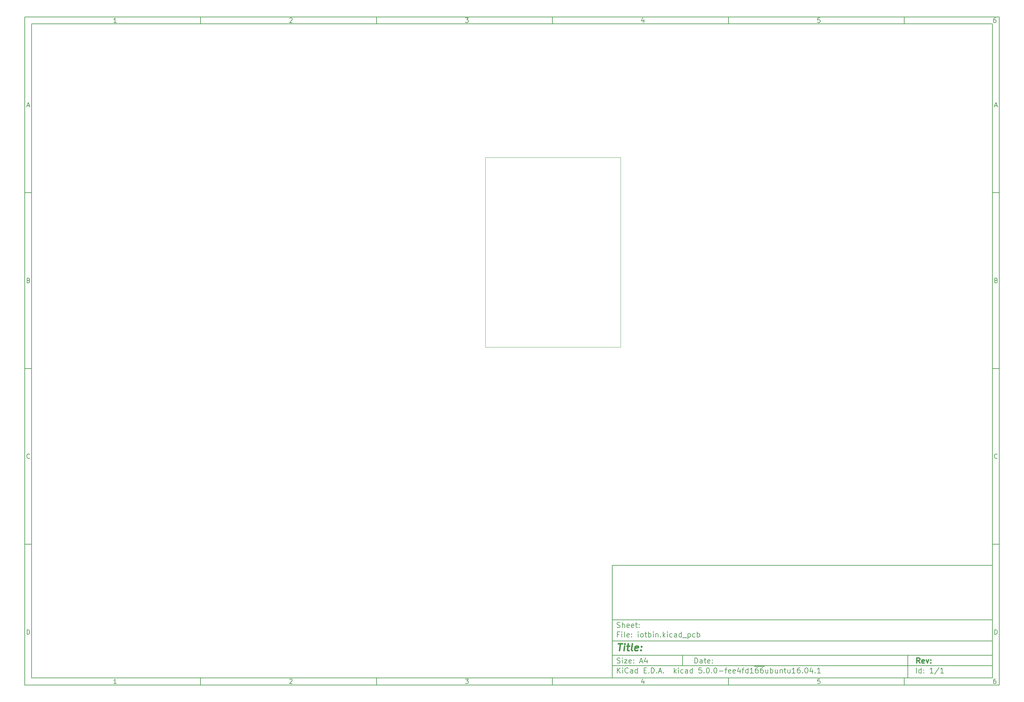
<source format=gbr>
G04 #@! TF.GenerationSoftware,KiCad,Pcbnew,5.0.0-fee4fd1~66~ubuntu16.04.1*
G04 #@! TF.CreationDate,2018-09-18T23:27:24+02:00*
G04 #@! TF.ProjectId,iotbin,696F7462696E2E6B696361645F706362,rev?*
G04 #@! TF.SameCoordinates,Original*
G04 #@! TF.FileFunction,Other,User*
%FSLAX46Y46*%
G04 Gerber Fmt 4.6, Leading zero omitted, Abs format (unit mm)*
G04 Created by KiCad (PCBNEW 5.0.0-fee4fd1~66~ubuntu16.04.1) date Tue Sep 18 23:27:24 2018*
%MOMM*%
%LPD*%
G01*
G04 APERTURE LIST*
%ADD10C,0.100000*%
%ADD11C,0.150000*%
%ADD12C,0.300000*%
%ADD13C,0.400000*%
%ADD14C,0.050000*%
G04 APERTURE END LIST*
D10*
D11*
X177002200Y-166007200D02*
X177002200Y-198007200D01*
X285002200Y-198007200D01*
X285002200Y-166007200D01*
X177002200Y-166007200D01*
D10*
D11*
X10000000Y-10000000D02*
X10000000Y-200007200D01*
X287002200Y-200007200D01*
X287002200Y-10000000D01*
X10000000Y-10000000D01*
D10*
D11*
X12000000Y-12000000D02*
X12000000Y-198007200D01*
X285002200Y-198007200D01*
X285002200Y-12000000D01*
X12000000Y-12000000D01*
D10*
D11*
X60000000Y-12000000D02*
X60000000Y-10000000D01*
D10*
D11*
X110000000Y-12000000D02*
X110000000Y-10000000D01*
D10*
D11*
X160000000Y-12000000D02*
X160000000Y-10000000D01*
D10*
D11*
X210000000Y-12000000D02*
X210000000Y-10000000D01*
D10*
D11*
X260000000Y-12000000D02*
X260000000Y-10000000D01*
D10*
D11*
X36065476Y-11588095D02*
X35322619Y-11588095D01*
X35694047Y-11588095D02*
X35694047Y-10288095D01*
X35570238Y-10473809D01*
X35446428Y-10597619D01*
X35322619Y-10659523D01*
D10*
D11*
X85322619Y-10411904D02*
X85384523Y-10350000D01*
X85508333Y-10288095D01*
X85817857Y-10288095D01*
X85941666Y-10350000D01*
X86003571Y-10411904D01*
X86065476Y-10535714D01*
X86065476Y-10659523D01*
X86003571Y-10845238D01*
X85260714Y-11588095D01*
X86065476Y-11588095D01*
D10*
D11*
X135260714Y-10288095D02*
X136065476Y-10288095D01*
X135632142Y-10783333D01*
X135817857Y-10783333D01*
X135941666Y-10845238D01*
X136003571Y-10907142D01*
X136065476Y-11030952D01*
X136065476Y-11340476D01*
X136003571Y-11464285D01*
X135941666Y-11526190D01*
X135817857Y-11588095D01*
X135446428Y-11588095D01*
X135322619Y-11526190D01*
X135260714Y-11464285D01*
D10*
D11*
X185941666Y-10721428D02*
X185941666Y-11588095D01*
X185632142Y-10226190D02*
X185322619Y-11154761D01*
X186127380Y-11154761D01*
D10*
D11*
X236003571Y-10288095D02*
X235384523Y-10288095D01*
X235322619Y-10907142D01*
X235384523Y-10845238D01*
X235508333Y-10783333D01*
X235817857Y-10783333D01*
X235941666Y-10845238D01*
X236003571Y-10907142D01*
X236065476Y-11030952D01*
X236065476Y-11340476D01*
X236003571Y-11464285D01*
X235941666Y-11526190D01*
X235817857Y-11588095D01*
X235508333Y-11588095D01*
X235384523Y-11526190D01*
X235322619Y-11464285D01*
D10*
D11*
X285941666Y-10288095D02*
X285694047Y-10288095D01*
X285570238Y-10350000D01*
X285508333Y-10411904D01*
X285384523Y-10597619D01*
X285322619Y-10845238D01*
X285322619Y-11340476D01*
X285384523Y-11464285D01*
X285446428Y-11526190D01*
X285570238Y-11588095D01*
X285817857Y-11588095D01*
X285941666Y-11526190D01*
X286003571Y-11464285D01*
X286065476Y-11340476D01*
X286065476Y-11030952D01*
X286003571Y-10907142D01*
X285941666Y-10845238D01*
X285817857Y-10783333D01*
X285570238Y-10783333D01*
X285446428Y-10845238D01*
X285384523Y-10907142D01*
X285322619Y-11030952D01*
D10*
D11*
X60000000Y-198007200D02*
X60000000Y-200007200D01*
D10*
D11*
X110000000Y-198007200D02*
X110000000Y-200007200D01*
D10*
D11*
X160000000Y-198007200D02*
X160000000Y-200007200D01*
D10*
D11*
X210000000Y-198007200D02*
X210000000Y-200007200D01*
D10*
D11*
X260000000Y-198007200D02*
X260000000Y-200007200D01*
D10*
D11*
X36065476Y-199595295D02*
X35322619Y-199595295D01*
X35694047Y-199595295D02*
X35694047Y-198295295D01*
X35570238Y-198481009D01*
X35446428Y-198604819D01*
X35322619Y-198666723D01*
D10*
D11*
X85322619Y-198419104D02*
X85384523Y-198357200D01*
X85508333Y-198295295D01*
X85817857Y-198295295D01*
X85941666Y-198357200D01*
X86003571Y-198419104D01*
X86065476Y-198542914D01*
X86065476Y-198666723D01*
X86003571Y-198852438D01*
X85260714Y-199595295D01*
X86065476Y-199595295D01*
D10*
D11*
X135260714Y-198295295D02*
X136065476Y-198295295D01*
X135632142Y-198790533D01*
X135817857Y-198790533D01*
X135941666Y-198852438D01*
X136003571Y-198914342D01*
X136065476Y-199038152D01*
X136065476Y-199347676D01*
X136003571Y-199471485D01*
X135941666Y-199533390D01*
X135817857Y-199595295D01*
X135446428Y-199595295D01*
X135322619Y-199533390D01*
X135260714Y-199471485D01*
D10*
D11*
X185941666Y-198728628D02*
X185941666Y-199595295D01*
X185632142Y-198233390D02*
X185322619Y-199161961D01*
X186127380Y-199161961D01*
D10*
D11*
X236003571Y-198295295D02*
X235384523Y-198295295D01*
X235322619Y-198914342D01*
X235384523Y-198852438D01*
X235508333Y-198790533D01*
X235817857Y-198790533D01*
X235941666Y-198852438D01*
X236003571Y-198914342D01*
X236065476Y-199038152D01*
X236065476Y-199347676D01*
X236003571Y-199471485D01*
X235941666Y-199533390D01*
X235817857Y-199595295D01*
X235508333Y-199595295D01*
X235384523Y-199533390D01*
X235322619Y-199471485D01*
D10*
D11*
X285941666Y-198295295D02*
X285694047Y-198295295D01*
X285570238Y-198357200D01*
X285508333Y-198419104D01*
X285384523Y-198604819D01*
X285322619Y-198852438D01*
X285322619Y-199347676D01*
X285384523Y-199471485D01*
X285446428Y-199533390D01*
X285570238Y-199595295D01*
X285817857Y-199595295D01*
X285941666Y-199533390D01*
X286003571Y-199471485D01*
X286065476Y-199347676D01*
X286065476Y-199038152D01*
X286003571Y-198914342D01*
X285941666Y-198852438D01*
X285817857Y-198790533D01*
X285570238Y-198790533D01*
X285446428Y-198852438D01*
X285384523Y-198914342D01*
X285322619Y-199038152D01*
D10*
D11*
X10000000Y-60000000D02*
X12000000Y-60000000D01*
D10*
D11*
X10000000Y-110000000D02*
X12000000Y-110000000D01*
D10*
D11*
X10000000Y-160000000D02*
X12000000Y-160000000D01*
D10*
D11*
X10690476Y-35216666D02*
X11309523Y-35216666D01*
X10566666Y-35588095D02*
X11000000Y-34288095D01*
X11433333Y-35588095D01*
D10*
D11*
X11092857Y-84907142D02*
X11278571Y-84969047D01*
X11340476Y-85030952D01*
X11402380Y-85154761D01*
X11402380Y-85340476D01*
X11340476Y-85464285D01*
X11278571Y-85526190D01*
X11154761Y-85588095D01*
X10659523Y-85588095D01*
X10659523Y-84288095D01*
X11092857Y-84288095D01*
X11216666Y-84350000D01*
X11278571Y-84411904D01*
X11340476Y-84535714D01*
X11340476Y-84659523D01*
X11278571Y-84783333D01*
X11216666Y-84845238D01*
X11092857Y-84907142D01*
X10659523Y-84907142D01*
D10*
D11*
X11402380Y-135464285D02*
X11340476Y-135526190D01*
X11154761Y-135588095D01*
X11030952Y-135588095D01*
X10845238Y-135526190D01*
X10721428Y-135402380D01*
X10659523Y-135278571D01*
X10597619Y-135030952D01*
X10597619Y-134845238D01*
X10659523Y-134597619D01*
X10721428Y-134473809D01*
X10845238Y-134350000D01*
X11030952Y-134288095D01*
X11154761Y-134288095D01*
X11340476Y-134350000D01*
X11402380Y-134411904D01*
D10*
D11*
X10659523Y-185588095D02*
X10659523Y-184288095D01*
X10969047Y-184288095D01*
X11154761Y-184350000D01*
X11278571Y-184473809D01*
X11340476Y-184597619D01*
X11402380Y-184845238D01*
X11402380Y-185030952D01*
X11340476Y-185278571D01*
X11278571Y-185402380D01*
X11154761Y-185526190D01*
X10969047Y-185588095D01*
X10659523Y-185588095D01*
D10*
D11*
X287002200Y-60000000D02*
X285002200Y-60000000D01*
D10*
D11*
X287002200Y-110000000D02*
X285002200Y-110000000D01*
D10*
D11*
X287002200Y-160000000D02*
X285002200Y-160000000D01*
D10*
D11*
X285692676Y-35216666D02*
X286311723Y-35216666D01*
X285568866Y-35588095D02*
X286002200Y-34288095D01*
X286435533Y-35588095D01*
D10*
D11*
X286095057Y-84907142D02*
X286280771Y-84969047D01*
X286342676Y-85030952D01*
X286404580Y-85154761D01*
X286404580Y-85340476D01*
X286342676Y-85464285D01*
X286280771Y-85526190D01*
X286156961Y-85588095D01*
X285661723Y-85588095D01*
X285661723Y-84288095D01*
X286095057Y-84288095D01*
X286218866Y-84350000D01*
X286280771Y-84411904D01*
X286342676Y-84535714D01*
X286342676Y-84659523D01*
X286280771Y-84783333D01*
X286218866Y-84845238D01*
X286095057Y-84907142D01*
X285661723Y-84907142D01*
D10*
D11*
X286404580Y-135464285D02*
X286342676Y-135526190D01*
X286156961Y-135588095D01*
X286033152Y-135588095D01*
X285847438Y-135526190D01*
X285723628Y-135402380D01*
X285661723Y-135278571D01*
X285599819Y-135030952D01*
X285599819Y-134845238D01*
X285661723Y-134597619D01*
X285723628Y-134473809D01*
X285847438Y-134350000D01*
X286033152Y-134288095D01*
X286156961Y-134288095D01*
X286342676Y-134350000D01*
X286404580Y-134411904D01*
D10*
D11*
X285661723Y-185588095D02*
X285661723Y-184288095D01*
X285971247Y-184288095D01*
X286156961Y-184350000D01*
X286280771Y-184473809D01*
X286342676Y-184597619D01*
X286404580Y-184845238D01*
X286404580Y-185030952D01*
X286342676Y-185278571D01*
X286280771Y-185402380D01*
X286156961Y-185526190D01*
X285971247Y-185588095D01*
X285661723Y-185588095D01*
D10*
D11*
X200434342Y-193785771D02*
X200434342Y-192285771D01*
X200791485Y-192285771D01*
X201005771Y-192357200D01*
X201148628Y-192500057D01*
X201220057Y-192642914D01*
X201291485Y-192928628D01*
X201291485Y-193142914D01*
X201220057Y-193428628D01*
X201148628Y-193571485D01*
X201005771Y-193714342D01*
X200791485Y-193785771D01*
X200434342Y-193785771D01*
X202577200Y-193785771D02*
X202577200Y-193000057D01*
X202505771Y-192857200D01*
X202362914Y-192785771D01*
X202077200Y-192785771D01*
X201934342Y-192857200D01*
X202577200Y-193714342D02*
X202434342Y-193785771D01*
X202077200Y-193785771D01*
X201934342Y-193714342D01*
X201862914Y-193571485D01*
X201862914Y-193428628D01*
X201934342Y-193285771D01*
X202077200Y-193214342D01*
X202434342Y-193214342D01*
X202577200Y-193142914D01*
X203077200Y-192785771D02*
X203648628Y-192785771D01*
X203291485Y-192285771D02*
X203291485Y-193571485D01*
X203362914Y-193714342D01*
X203505771Y-193785771D01*
X203648628Y-193785771D01*
X204720057Y-193714342D02*
X204577200Y-193785771D01*
X204291485Y-193785771D01*
X204148628Y-193714342D01*
X204077200Y-193571485D01*
X204077200Y-193000057D01*
X204148628Y-192857200D01*
X204291485Y-192785771D01*
X204577200Y-192785771D01*
X204720057Y-192857200D01*
X204791485Y-193000057D01*
X204791485Y-193142914D01*
X204077200Y-193285771D01*
X205434342Y-193642914D02*
X205505771Y-193714342D01*
X205434342Y-193785771D01*
X205362914Y-193714342D01*
X205434342Y-193642914D01*
X205434342Y-193785771D01*
X205434342Y-192857200D02*
X205505771Y-192928628D01*
X205434342Y-193000057D01*
X205362914Y-192928628D01*
X205434342Y-192857200D01*
X205434342Y-193000057D01*
D10*
D11*
X177002200Y-194507200D02*
X285002200Y-194507200D01*
D10*
D11*
X178434342Y-196585771D02*
X178434342Y-195085771D01*
X179291485Y-196585771D02*
X178648628Y-195728628D01*
X179291485Y-195085771D02*
X178434342Y-195942914D01*
X179934342Y-196585771D02*
X179934342Y-195585771D01*
X179934342Y-195085771D02*
X179862914Y-195157200D01*
X179934342Y-195228628D01*
X180005771Y-195157200D01*
X179934342Y-195085771D01*
X179934342Y-195228628D01*
X181505771Y-196442914D02*
X181434342Y-196514342D01*
X181220057Y-196585771D01*
X181077200Y-196585771D01*
X180862914Y-196514342D01*
X180720057Y-196371485D01*
X180648628Y-196228628D01*
X180577200Y-195942914D01*
X180577200Y-195728628D01*
X180648628Y-195442914D01*
X180720057Y-195300057D01*
X180862914Y-195157200D01*
X181077200Y-195085771D01*
X181220057Y-195085771D01*
X181434342Y-195157200D01*
X181505771Y-195228628D01*
X182791485Y-196585771D02*
X182791485Y-195800057D01*
X182720057Y-195657200D01*
X182577200Y-195585771D01*
X182291485Y-195585771D01*
X182148628Y-195657200D01*
X182791485Y-196514342D02*
X182648628Y-196585771D01*
X182291485Y-196585771D01*
X182148628Y-196514342D01*
X182077200Y-196371485D01*
X182077200Y-196228628D01*
X182148628Y-196085771D01*
X182291485Y-196014342D01*
X182648628Y-196014342D01*
X182791485Y-195942914D01*
X184148628Y-196585771D02*
X184148628Y-195085771D01*
X184148628Y-196514342D02*
X184005771Y-196585771D01*
X183720057Y-196585771D01*
X183577200Y-196514342D01*
X183505771Y-196442914D01*
X183434342Y-196300057D01*
X183434342Y-195871485D01*
X183505771Y-195728628D01*
X183577200Y-195657200D01*
X183720057Y-195585771D01*
X184005771Y-195585771D01*
X184148628Y-195657200D01*
X186005771Y-195800057D02*
X186505771Y-195800057D01*
X186720057Y-196585771D02*
X186005771Y-196585771D01*
X186005771Y-195085771D01*
X186720057Y-195085771D01*
X187362914Y-196442914D02*
X187434342Y-196514342D01*
X187362914Y-196585771D01*
X187291485Y-196514342D01*
X187362914Y-196442914D01*
X187362914Y-196585771D01*
X188077200Y-196585771D02*
X188077200Y-195085771D01*
X188434342Y-195085771D01*
X188648628Y-195157200D01*
X188791485Y-195300057D01*
X188862914Y-195442914D01*
X188934342Y-195728628D01*
X188934342Y-195942914D01*
X188862914Y-196228628D01*
X188791485Y-196371485D01*
X188648628Y-196514342D01*
X188434342Y-196585771D01*
X188077200Y-196585771D01*
X189577200Y-196442914D02*
X189648628Y-196514342D01*
X189577200Y-196585771D01*
X189505771Y-196514342D01*
X189577200Y-196442914D01*
X189577200Y-196585771D01*
X190220057Y-196157200D02*
X190934342Y-196157200D01*
X190077200Y-196585771D02*
X190577200Y-195085771D01*
X191077200Y-196585771D01*
X191577200Y-196442914D02*
X191648628Y-196514342D01*
X191577200Y-196585771D01*
X191505771Y-196514342D01*
X191577200Y-196442914D01*
X191577200Y-196585771D01*
X194577200Y-196585771D02*
X194577200Y-195085771D01*
X194720057Y-196014342D02*
X195148628Y-196585771D01*
X195148628Y-195585771D02*
X194577200Y-196157200D01*
X195791485Y-196585771D02*
X195791485Y-195585771D01*
X195791485Y-195085771D02*
X195720057Y-195157200D01*
X195791485Y-195228628D01*
X195862914Y-195157200D01*
X195791485Y-195085771D01*
X195791485Y-195228628D01*
X197148628Y-196514342D02*
X197005771Y-196585771D01*
X196720057Y-196585771D01*
X196577200Y-196514342D01*
X196505771Y-196442914D01*
X196434342Y-196300057D01*
X196434342Y-195871485D01*
X196505771Y-195728628D01*
X196577200Y-195657200D01*
X196720057Y-195585771D01*
X197005771Y-195585771D01*
X197148628Y-195657200D01*
X198434342Y-196585771D02*
X198434342Y-195800057D01*
X198362914Y-195657200D01*
X198220057Y-195585771D01*
X197934342Y-195585771D01*
X197791485Y-195657200D01*
X198434342Y-196514342D02*
X198291485Y-196585771D01*
X197934342Y-196585771D01*
X197791485Y-196514342D01*
X197720057Y-196371485D01*
X197720057Y-196228628D01*
X197791485Y-196085771D01*
X197934342Y-196014342D01*
X198291485Y-196014342D01*
X198434342Y-195942914D01*
X199791485Y-196585771D02*
X199791485Y-195085771D01*
X199791485Y-196514342D02*
X199648628Y-196585771D01*
X199362914Y-196585771D01*
X199220057Y-196514342D01*
X199148628Y-196442914D01*
X199077200Y-196300057D01*
X199077200Y-195871485D01*
X199148628Y-195728628D01*
X199220057Y-195657200D01*
X199362914Y-195585771D01*
X199648628Y-195585771D01*
X199791485Y-195657200D01*
X202362914Y-195085771D02*
X201648628Y-195085771D01*
X201577200Y-195800057D01*
X201648628Y-195728628D01*
X201791485Y-195657200D01*
X202148628Y-195657200D01*
X202291485Y-195728628D01*
X202362914Y-195800057D01*
X202434342Y-195942914D01*
X202434342Y-196300057D01*
X202362914Y-196442914D01*
X202291485Y-196514342D01*
X202148628Y-196585771D01*
X201791485Y-196585771D01*
X201648628Y-196514342D01*
X201577200Y-196442914D01*
X203077200Y-196442914D02*
X203148628Y-196514342D01*
X203077200Y-196585771D01*
X203005771Y-196514342D01*
X203077200Y-196442914D01*
X203077200Y-196585771D01*
X204077200Y-195085771D02*
X204220057Y-195085771D01*
X204362914Y-195157200D01*
X204434342Y-195228628D01*
X204505771Y-195371485D01*
X204577200Y-195657200D01*
X204577200Y-196014342D01*
X204505771Y-196300057D01*
X204434342Y-196442914D01*
X204362914Y-196514342D01*
X204220057Y-196585771D01*
X204077200Y-196585771D01*
X203934342Y-196514342D01*
X203862914Y-196442914D01*
X203791485Y-196300057D01*
X203720057Y-196014342D01*
X203720057Y-195657200D01*
X203791485Y-195371485D01*
X203862914Y-195228628D01*
X203934342Y-195157200D01*
X204077200Y-195085771D01*
X205220057Y-196442914D02*
X205291485Y-196514342D01*
X205220057Y-196585771D01*
X205148628Y-196514342D01*
X205220057Y-196442914D01*
X205220057Y-196585771D01*
X206220057Y-195085771D02*
X206362914Y-195085771D01*
X206505771Y-195157200D01*
X206577200Y-195228628D01*
X206648628Y-195371485D01*
X206720057Y-195657200D01*
X206720057Y-196014342D01*
X206648628Y-196300057D01*
X206577200Y-196442914D01*
X206505771Y-196514342D01*
X206362914Y-196585771D01*
X206220057Y-196585771D01*
X206077200Y-196514342D01*
X206005771Y-196442914D01*
X205934342Y-196300057D01*
X205862914Y-196014342D01*
X205862914Y-195657200D01*
X205934342Y-195371485D01*
X206005771Y-195228628D01*
X206077200Y-195157200D01*
X206220057Y-195085771D01*
X207362914Y-196014342D02*
X208505771Y-196014342D01*
X209005771Y-195585771D02*
X209577200Y-195585771D01*
X209220057Y-196585771D02*
X209220057Y-195300057D01*
X209291485Y-195157200D01*
X209434342Y-195085771D01*
X209577200Y-195085771D01*
X210648628Y-196514342D02*
X210505771Y-196585771D01*
X210220057Y-196585771D01*
X210077200Y-196514342D01*
X210005771Y-196371485D01*
X210005771Y-195800057D01*
X210077200Y-195657200D01*
X210220057Y-195585771D01*
X210505771Y-195585771D01*
X210648628Y-195657200D01*
X210720057Y-195800057D01*
X210720057Y-195942914D01*
X210005771Y-196085771D01*
X211934342Y-196514342D02*
X211791485Y-196585771D01*
X211505771Y-196585771D01*
X211362914Y-196514342D01*
X211291485Y-196371485D01*
X211291485Y-195800057D01*
X211362914Y-195657200D01*
X211505771Y-195585771D01*
X211791485Y-195585771D01*
X211934342Y-195657200D01*
X212005771Y-195800057D01*
X212005771Y-195942914D01*
X211291485Y-196085771D01*
X213291485Y-195585771D02*
X213291485Y-196585771D01*
X212934342Y-195014342D02*
X212577200Y-196085771D01*
X213505771Y-196085771D01*
X213862914Y-195585771D02*
X214434342Y-195585771D01*
X214077200Y-196585771D02*
X214077200Y-195300057D01*
X214148628Y-195157200D01*
X214291485Y-195085771D01*
X214434342Y-195085771D01*
X215577200Y-196585771D02*
X215577200Y-195085771D01*
X215577200Y-196514342D02*
X215434342Y-196585771D01*
X215148628Y-196585771D01*
X215005771Y-196514342D01*
X214934342Y-196442914D01*
X214862914Y-196300057D01*
X214862914Y-195871485D01*
X214934342Y-195728628D01*
X215005771Y-195657200D01*
X215148628Y-195585771D01*
X215434342Y-195585771D01*
X215577200Y-195657200D01*
X217077200Y-196585771D02*
X216220057Y-196585771D01*
X216648628Y-196585771D02*
X216648628Y-195085771D01*
X216505771Y-195300057D01*
X216362914Y-195442914D01*
X216220057Y-195514342D01*
X217362914Y-194677200D02*
X218791485Y-194677200D01*
X218362914Y-195085771D02*
X218077200Y-195085771D01*
X217934342Y-195157200D01*
X217862914Y-195228628D01*
X217720057Y-195442914D01*
X217648628Y-195728628D01*
X217648628Y-196300057D01*
X217720057Y-196442914D01*
X217791485Y-196514342D01*
X217934342Y-196585771D01*
X218220057Y-196585771D01*
X218362914Y-196514342D01*
X218434342Y-196442914D01*
X218505771Y-196300057D01*
X218505771Y-195942914D01*
X218434342Y-195800057D01*
X218362914Y-195728628D01*
X218220057Y-195657200D01*
X217934342Y-195657200D01*
X217791485Y-195728628D01*
X217720057Y-195800057D01*
X217648628Y-195942914D01*
X218791485Y-194677200D02*
X220220057Y-194677200D01*
X219791485Y-195085771D02*
X219505771Y-195085771D01*
X219362914Y-195157200D01*
X219291485Y-195228628D01*
X219148628Y-195442914D01*
X219077200Y-195728628D01*
X219077200Y-196300057D01*
X219148628Y-196442914D01*
X219220057Y-196514342D01*
X219362914Y-196585771D01*
X219648628Y-196585771D01*
X219791485Y-196514342D01*
X219862914Y-196442914D01*
X219934342Y-196300057D01*
X219934342Y-195942914D01*
X219862914Y-195800057D01*
X219791485Y-195728628D01*
X219648628Y-195657200D01*
X219362914Y-195657200D01*
X219220057Y-195728628D01*
X219148628Y-195800057D01*
X219077200Y-195942914D01*
X221220057Y-195585771D02*
X221220057Y-196585771D01*
X220577200Y-195585771D02*
X220577200Y-196371485D01*
X220648628Y-196514342D01*
X220791485Y-196585771D01*
X221005771Y-196585771D01*
X221148628Y-196514342D01*
X221220057Y-196442914D01*
X221934342Y-196585771D02*
X221934342Y-195085771D01*
X221934342Y-195657200D02*
X222077200Y-195585771D01*
X222362914Y-195585771D01*
X222505771Y-195657200D01*
X222577200Y-195728628D01*
X222648628Y-195871485D01*
X222648628Y-196300057D01*
X222577200Y-196442914D01*
X222505771Y-196514342D01*
X222362914Y-196585771D01*
X222077200Y-196585771D01*
X221934342Y-196514342D01*
X223934342Y-195585771D02*
X223934342Y-196585771D01*
X223291485Y-195585771D02*
X223291485Y-196371485D01*
X223362914Y-196514342D01*
X223505771Y-196585771D01*
X223720057Y-196585771D01*
X223862914Y-196514342D01*
X223934342Y-196442914D01*
X224648628Y-195585771D02*
X224648628Y-196585771D01*
X224648628Y-195728628D02*
X224720057Y-195657200D01*
X224862914Y-195585771D01*
X225077200Y-195585771D01*
X225220057Y-195657200D01*
X225291485Y-195800057D01*
X225291485Y-196585771D01*
X225791485Y-195585771D02*
X226362914Y-195585771D01*
X226005771Y-195085771D02*
X226005771Y-196371485D01*
X226077200Y-196514342D01*
X226220057Y-196585771D01*
X226362914Y-196585771D01*
X227505771Y-195585771D02*
X227505771Y-196585771D01*
X226862914Y-195585771D02*
X226862914Y-196371485D01*
X226934342Y-196514342D01*
X227077200Y-196585771D01*
X227291485Y-196585771D01*
X227434342Y-196514342D01*
X227505771Y-196442914D01*
X229005771Y-196585771D02*
X228148628Y-196585771D01*
X228577200Y-196585771D02*
X228577200Y-195085771D01*
X228434342Y-195300057D01*
X228291485Y-195442914D01*
X228148628Y-195514342D01*
X230291485Y-195085771D02*
X230005771Y-195085771D01*
X229862914Y-195157200D01*
X229791485Y-195228628D01*
X229648628Y-195442914D01*
X229577200Y-195728628D01*
X229577200Y-196300057D01*
X229648628Y-196442914D01*
X229720057Y-196514342D01*
X229862914Y-196585771D01*
X230148628Y-196585771D01*
X230291485Y-196514342D01*
X230362914Y-196442914D01*
X230434342Y-196300057D01*
X230434342Y-195942914D01*
X230362914Y-195800057D01*
X230291485Y-195728628D01*
X230148628Y-195657200D01*
X229862914Y-195657200D01*
X229720057Y-195728628D01*
X229648628Y-195800057D01*
X229577200Y-195942914D01*
X231077200Y-196442914D02*
X231148628Y-196514342D01*
X231077200Y-196585771D01*
X231005771Y-196514342D01*
X231077200Y-196442914D01*
X231077200Y-196585771D01*
X232077200Y-195085771D02*
X232220057Y-195085771D01*
X232362914Y-195157200D01*
X232434342Y-195228628D01*
X232505771Y-195371485D01*
X232577200Y-195657200D01*
X232577200Y-196014342D01*
X232505771Y-196300057D01*
X232434342Y-196442914D01*
X232362914Y-196514342D01*
X232220057Y-196585771D01*
X232077200Y-196585771D01*
X231934342Y-196514342D01*
X231862914Y-196442914D01*
X231791485Y-196300057D01*
X231720057Y-196014342D01*
X231720057Y-195657200D01*
X231791485Y-195371485D01*
X231862914Y-195228628D01*
X231934342Y-195157200D01*
X232077200Y-195085771D01*
X233862914Y-195585771D02*
X233862914Y-196585771D01*
X233505771Y-195014342D02*
X233148628Y-196085771D01*
X234077200Y-196085771D01*
X234648628Y-196442914D02*
X234720057Y-196514342D01*
X234648628Y-196585771D01*
X234577200Y-196514342D01*
X234648628Y-196442914D01*
X234648628Y-196585771D01*
X236148628Y-196585771D02*
X235291485Y-196585771D01*
X235720057Y-196585771D02*
X235720057Y-195085771D01*
X235577200Y-195300057D01*
X235434342Y-195442914D01*
X235291485Y-195514342D01*
D10*
D11*
X177002200Y-191507200D02*
X285002200Y-191507200D01*
D10*
D12*
X264411485Y-193785771D02*
X263911485Y-193071485D01*
X263554342Y-193785771D02*
X263554342Y-192285771D01*
X264125771Y-192285771D01*
X264268628Y-192357200D01*
X264340057Y-192428628D01*
X264411485Y-192571485D01*
X264411485Y-192785771D01*
X264340057Y-192928628D01*
X264268628Y-193000057D01*
X264125771Y-193071485D01*
X263554342Y-193071485D01*
X265625771Y-193714342D02*
X265482914Y-193785771D01*
X265197200Y-193785771D01*
X265054342Y-193714342D01*
X264982914Y-193571485D01*
X264982914Y-193000057D01*
X265054342Y-192857200D01*
X265197200Y-192785771D01*
X265482914Y-192785771D01*
X265625771Y-192857200D01*
X265697200Y-193000057D01*
X265697200Y-193142914D01*
X264982914Y-193285771D01*
X266197200Y-192785771D02*
X266554342Y-193785771D01*
X266911485Y-192785771D01*
X267482914Y-193642914D02*
X267554342Y-193714342D01*
X267482914Y-193785771D01*
X267411485Y-193714342D01*
X267482914Y-193642914D01*
X267482914Y-193785771D01*
X267482914Y-192857200D02*
X267554342Y-192928628D01*
X267482914Y-193000057D01*
X267411485Y-192928628D01*
X267482914Y-192857200D01*
X267482914Y-193000057D01*
D10*
D11*
X178362914Y-193714342D02*
X178577200Y-193785771D01*
X178934342Y-193785771D01*
X179077200Y-193714342D01*
X179148628Y-193642914D01*
X179220057Y-193500057D01*
X179220057Y-193357200D01*
X179148628Y-193214342D01*
X179077200Y-193142914D01*
X178934342Y-193071485D01*
X178648628Y-193000057D01*
X178505771Y-192928628D01*
X178434342Y-192857200D01*
X178362914Y-192714342D01*
X178362914Y-192571485D01*
X178434342Y-192428628D01*
X178505771Y-192357200D01*
X178648628Y-192285771D01*
X179005771Y-192285771D01*
X179220057Y-192357200D01*
X179862914Y-193785771D02*
X179862914Y-192785771D01*
X179862914Y-192285771D02*
X179791485Y-192357200D01*
X179862914Y-192428628D01*
X179934342Y-192357200D01*
X179862914Y-192285771D01*
X179862914Y-192428628D01*
X180434342Y-192785771D02*
X181220057Y-192785771D01*
X180434342Y-193785771D01*
X181220057Y-193785771D01*
X182362914Y-193714342D02*
X182220057Y-193785771D01*
X181934342Y-193785771D01*
X181791485Y-193714342D01*
X181720057Y-193571485D01*
X181720057Y-193000057D01*
X181791485Y-192857200D01*
X181934342Y-192785771D01*
X182220057Y-192785771D01*
X182362914Y-192857200D01*
X182434342Y-193000057D01*
X182434342Y-193142914D01*
X181720057Y-193285771D01*
X183077200Y-193642914D02*
X183148628Y-193714342D01*
X183077200Y-193785771D01*
X183005771Y-193714342D01*
X183077200Y-193642914D01*
X183077200Y-193785771D01*
X183077200Y-192857200D02*
X183148628Y-192928628D01*
X183077200Y-193000057D01*
X183005771Y-192928628D01*
X183077200Y-192857200D01*
X183077200Y-193000057D01*
X184862914Y-193357200D02*
X185577200Y-193357200D01*
X184720057Y-193785771D02*
X185220057Y-192285771D01*
X185720057Y-193785771D01*
X186862914Y-192785771D02*
X186862914Y-193785771D01*
X186505771Y-192214342D02*
X186148628Y-193285771D01*
X187077200Y-193285771D01*
D10*
D11*
X263434342Y-196585771D02*
X263434342Y-195085771D01*
X264791485Y-196585771D02*
X264791485Y-195085771D01*
X264791485Y-196514342D02*
X264648628Y-196585771D01*
X264362914Y-196585771D01*
X264220057Y-196514342D01*
X264148628Y-196442914D01*
X264077200Y-196300057D01*
X264077200Y-195871485D01*
X264148628Y-195728628D01*
X264220057Y-195657200D01*
X264362914Y-195585771D01*
X264648628Y-195585771D01*
X264791485Y-195657200D01*
X265505771Y-196442914D02*
X265577200Y-196514342D01*
X265505771Y-196585771D01*
X265434342Y-196514342D01*
X265505771Y-196442914D01*
X265505771Y-196585771D01*
X265505771Y-195657200D02*
X265577200Y-195728628D01*
X265505771Y-195800057D01*
X265434342Y-195728628D01*
X265505771Y-195657200D01*
X265505771Y-195800057D01*
X268148628Y-196585771D02*
X267291485Y-196585771D01*
X267720057Y-196585771D02*
X267720057Y-195085771D01*
X267577200Y-195300057D01*
X267434342Y-195442914D01*
X267291485Y-195514342D01*
X269862914Y-195014342D02*
X268577200Y-196942914D01*
X271148628Y-196585771D02*
X270291485Y-196585771D01*
X270720057Y-196585771D02*
X270720057Y-195085771D01*
X270577200Y-195300057D01*
X270434342Y-195442914D01*
X270291485Y-195514342D01*
D10*
D11*
X177002200Y-187507200D02*
X285002200Y-187507200D01*
D10*
D13*
X178714580Y-188211961D02*
X179857438Y-188211961D01*
X179036009Y-190211961D02*
X179286009Y-188211961D01*
X180274104Y-190211961D02*
X180440771Y-188878628D01*
X180524104Y-188211961D02*
X180416961Y-188307200D01*
X180500295Y-188402438D01*
X180607438Y-188307200D01*
X180524104Y-188211961D01*
X180500295Y-188402438D01*
X181107438Y-188878628D02*
X181869342Y-188878628D01*
X181476485Y-188211961D02*
X181262200Y-189926247D01*
X181333628Y-190116723D01*
X181512200Y-190211961D01*
X181702676Y-190211961D01*
X182655057Y-190211961D02*
X182476485Y-190116723D01*
X182405057Y-189926247D01*
X182619342Y-188211961D01*
X184190771Y-190116723D02*
X183988390Y-190211961D01*
X183607438Y-190211961D01*
X183428866Y-190116723D01*
X183357438Y-189926247D01*
X183452676Y-189164342D01*
X183571723Y-188973866D01*
X183774104Y-188878628D01*
X184155057Y-188878628D01*
X184333628Y-188973866D01*
X184405057Y-189164342D01*
X184381247Y-189354819D01*
X183405057Y-189545295D01*
X185155057Y-190021485D02*
X185238390Y-190116723D01*
X185131247Y-190211961D01*
X185047914Y-190116723D01*
X185155057Y-190021485D01*
X185131247Y-190211961D01*
X185286009Y-188973866D02*
X185369342Y-189069104D01*
X185262200Y-189164342D01*
X185178866Y-189069104D01*
X185286009Y-188973866D01*
X185262200Y-189164342D01*
D10*
D11*
X178934342Y-185600057D02*
X178434342Y-185600057D01*
X178434342Y-186385771D02*
X178434342Y-184885771D01*
X179148628Y-184885771D01*
X179720057Y-186385771D02*
X179720057Y-185385771D01*
X179720057Y-184885771D02*
X179648628Y-184957200D01*
X179720057Y-185028628D01*
X179791485Y-184957200D01*
X179720057Y-184885771D01*
X179720057Y-185028628D01*
X180648628Y-186385771D02*
X180505771Y-186314342D01*
X180434342Y-186171485D01*
X180434342Y-184885771D01*
X181791485Y-186314342D02*
X181648628Y-186385771D01*
X181362914Y-186385771D01*
X181220057Y-186314342D01*
X181148628Y-186171485D01*
X181148628Y-185600057D01*
X181220057Y-185457200D01*
X181362914Y-185385771D01*
X181648628Y-185385771D01*
X181791485Y-185457200D01*
X181862914Y-185600057D01*
X181862914Y-185742914D01*
X181148628Y-185885771D01*
X182505771Y-186242914D02*
X182577200Y-186314342D01*
X182505771Y-186385771D01*
X182434342Y-186314342D01*
X182505771Y-186242914D01*
X182505771Y-186385771D01*
X182505771Y-185457200D02*
X182577200Y-185528628D01*
X182505771Y-185600057D01*
X182434342Y-185528628D01*
X182505771Y-185457200D01*
X182505771Y-185600057D01*
X184362914Y-186385771D02*
X184362914Y-185385771D01*
X184362914Y-184885771D02*
X184291485Y-184957200D01*
X184362914Y-185028628D01*
X184434342Y-184957200D01*
X184362914Y-184885771D01*
X184362914Y-185028628D01*
X185291485Y-186385771D02*
X185148628Y-186314342D01*
X185077200Y-186242914D01*
X185005771Y-186100057D01*
X185005771Y-185671485D01*
X185077200Y-185528628D01*
X185148628Y-185457200D01*
X185291485Y-185385771D01*
X185505771Y-185385771D01*
X185648628Y-185457200D01*
X185720057Y-185528628D01*
X185791485Y-185671485D01*
X185791485Y-186100057D01*
X185720057Y-186242914D01*
X185648628Y-186314342D01*
X185505771Y-186385771D01*
X185291485Y-186385771D01*
X186220057Y-185385771D02*
X186791485Y-185385771D01*
X186434342Y-184885771D02*
X186434342Y-186171485D01*
X186505771Y-186314342D01*
X186648628Y-186385771D01*
X186791485Y-186385771D01*
X187291485Y-186385771D02*
X187291485Y-184885771D01*
X187291485Y-185457200D02*
X187434342Y-185385771D01*
X187720057Y-185385771D01*
X187862914Y-185457200D01*
X187934342Y-185528628D01*
X188005771Y-185671485D01*
X188005771Y-186100057D01*
X187934342Y-186242914D01*
X187862914Y-186314342D01*
X187720057Y-186385771D01*
X187434342Y-186385771D01*
X187291485Y-186314342D01*
X188648628Y-186385771D02*
X188648628Y-185385771D01*
X188648628Y-184885771D02*
X188577200Y-184957200D01*
X188648628Y-185028628D01*
X188720057Y-184957200D01*
X188648628Y-184885771D01*
X188648628Y-185028628D01*
X189362914Y-185385771D02*
X189362914Y-186385771D01*
X189362914Y-185528628D02*
X189434342Y-185457200D01*
X189577200Y-185385771D01*
X189791485Y-185385771D01*
X189934342Y-185457200D01*
X190005771Y-185600057D01*
X190005771Y-186385771D01*
X190720057Y-186242914D02*
X190791485Y-186314342D01*
X190720057Y-186385771D01*
X190648628Y-186314342D01*
X190720057Y-186242914D01*
X190720057Y-186385771D01*
X191434342Y-186385771D02*
X191434342Y-184885771D01*
X191577200Y-185814342D02*
X192005771Y-186385771D01*
X192005771Y-185385771D02*
X191434342Y-185957200D01*
X192648628Y-186385771D02*
X192648628Y-185385771D01*
X192648628Y-184885771D02*
X192577200Y-184957200D01*
X192648628Y-185028628D01*
X192720057Y-184957200D01*
X192648628Y-184885771D01*
X192648628Y-185028628D01*
X194005771Y-186314342D02*
X193862914Y-186385771D01*
X193577200Y-186385771D01*
X193434342Y-186314342D01*
X193362914Y-186242914D01*
X193291485Y-186100057D01*
X193291485Y-185671485D01*
X193362914Y-185528628D01*
X193434342Y-185457200D01*
X193577200Y-185385771D01*
X193862914Y-185385771D01*
X194005771Y-185457200D01*
X195291485Y-186385771D02*
X195291485Y-185600057D01*
X195220057Y-185457200D01*
X195077200Y-185385771D01*
X194791485Y-185385771D01*
X194648628Y-185457200D01*
X195291485Y-186314342D02*
X195148628Y-186385771D01*
X194791485Y-186385771D01*
X194648628Y-186314342D01*
X194577200Y-186171485D01*
X194577200Y-186028628D01*
X194648628Y-185885771D01*
X194791485Y-185814342D01*
X195148628Y-185814342D01*
X195291485Y-185742914D01*
X196648628Y-186385771D02*
X196648628Y-184885771D01*
X196648628Y-186314342D02*
X196505771Y-186385771D01*
X196220057Y-186385771D01*
X196077200Y-186314342D01*
X196005771Y-186242914D01*
X195934342Y-186100057D01*
X195934342Y-185671485D01*
X196005771Y-185528628D01*
X196077200Y-185457200D01*
X196220057Y-185385771D01*
X196505771Y-185385771D01*
X196648628Y-185457200D01*
X197005771Y-186528628D02*
X198148628Y-186528628D01*
X198505771Y-185385771D02*
X198505771Y-186885771D01*
X198505771Y-185457200D02*
X198648628Y-185385771D01*
X198934342Y-185385771D01*
X199077200Y-185457200D01*
X199148628Y-185528628D01*
X199220057Y-185671485D01*
X199220057Y-186100057D01*
X199148628Y-186242914D01*
X199077200Y-186314342D01*
X198934342Y-186385771D01*
X198648628Y-186385771D01*
X198505771Y-186314342D01*
X200505771Y-186314342D02*
X200362914Y-186385771D01*
X200077200Y-186385771D01*
X199934342Y-186314342D01*
X199862914Y-186242914D01*
X199791485Y-186100057D01*
X199791485Y-185671485D01*
X199862914Y-185528628D01*
X199934342Y-185457200D01*
X200077200Y-185385771D01*
X200362914Y-185385771D01*
X200505771Y-185457200D01*
X201148628Y-186385771D02*
X201148628Y-184885771D01*
X201148628Y-185457200D02*
X201291485Y-185385771D01*
X201577200Y-185385771D01*
X201720057Y-185457200D01*
X201791485Y-185528628D01*
X201862914Y-185671485D01*
X201862914Y-186100057D01*
X201791485Y-186242914D01*
X201720057Y-186314342D01*
X201577200Y-186385771D01*
X201291485Y-186385771D01*
X201148628Y-186314342D01*
D10*
D11*
X177002200Y-181507200D02*
X285002200Y-181507200D01*
D10*
D11*
X178362914Y-183614342D02*
X178577200Y-183685771D01*
X178934342Y-183685771D01*
X179077200Y-183614342D01*
X179148628Y-183542914D01*
X179220057Y-183400057D01*
X179220057Y-183257200D01*
X179148628Y-183114342D01*
X179077200Y-183042914D01*
X178934342Y-182971485D01*
X178648628Y-182900057D01*
X178505771Y-182828628D01*
X178434342Y-182757200D01*
X178362914Y-182614342D01*
X178362914Y-182471485D01*
X178434342Y-182328628D01*
X178505771Y-182257200D01*
X178648628Y-182185771D01*
X179005771Y-182185771D01*
X179220057Y-182257200D01*
X179862914Y-183685771D02*
X179862914Y-182185771D01*
X180505771Y-183685771D02*
X180505771Y-182900057D01*
X180434342Y-182757200D01*
X180291485Y-182685771D01*
X180077200Y-182685771D01*
X179934342Y-182757200D01*
X179862914Y-182828628D01*
X181791485Y-183614342D02*
X181648628Y-183685771D01*
X181362914Y-183685771D01*
X181220057Y-183614342D01*
X181148628Y-183471485D01*
X181148628Y-182900057D01*
X181220057Y-182757200D01*
X181362914Y-182685771D01*
X181648628Y-182685771D01*
X181791485Y-182757200D01*
X181862914Y-182900057D01*
X181862914Y-183042914D01*
X181148628Y-183185771D01*
X183077200Y-183614342D02*
X182934342Y-183685771D01*
X182648628Y-183685771D01*
X182505771Y-183614342D01*
X182434342Y-183471485D01*
X182434342Y-182900057D01*
X182505771Y-182757200D01*
X182648628Y-182685771D01*
X182934342Y-182685771D01*
X183077200Y-182757200D01*
X183148628Y-182900057D01*
X183148628Y-183042914D01*
X182434342Y-183185771D01*
X183577200Y-182685771D02*
X184148628Y-182685771D01*
X183791485Y-182185771D02*
X183791485Y-183471485D01*
X183862914Y-183614342D01*
X184005771Y-183685771D01*
X184148628Y-183685771D01*
X184648628Y-183542914D02*
X184720057Y-183614342D01*
X184648628Y-183685771D01*
X184577200Y-183614342D01*
X184648628Y-183542914D01*
X184648628Y-183685771D01*
X184648628Y-182757200D02*
X184720057Y-182828628D01*
X184648628Y-182900057D01*
X184577200Y-182828628D01*
X184648628Y-182757200D01*
X184648628Y-182900057D01*
D10*
D11*
X197002200Y-191507200D02*
X197002200Y-194507200D01*
D10*
D11*
X261002200Y-191507200D02*
X261002200Y-198007200D01*
D14*
G04 #@! TO.C,BT1*
X179396000Y-49944000D02*
X140896000Y-49944000D01*
X140896000Y-49944000D02*
X140896000Y-103944000D01*
X140896000Y-103944000D02*
X179396000Y-103944000D01*
X179396000Y-103944000D02*
X179396000Y-49944000D01*
G04 #@! TD*
M02*

</source>
